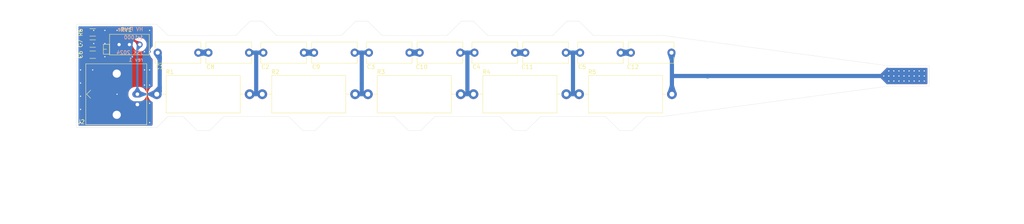
<source format=kicad_pcb>
(kicad_pcb (version 20240108) (generator "pcbnew") (generator_version "8.0")
  (title_block (title "HV probe PCB") (date "2024-11-20") (rev "2") (company "JSK"))
  (layers (0 "F.Cu" signal) (31 "B.Cu" signal) (34 "B.Paste" user) (35 "F.Paste" user) (36 "B.SilkS" user "B.Silkscreen") (37 "F.SilkS" user "F.Silkscreen") (38 "B.Mask" user) (39 "F.Mask" user) (44 "Edge.Cuts" user))
  (net 0 "")
  (net 1 "Net-(J2-In)")
  (net 2 "Net-(C1-Pad2)")
  (net 3 "Net-(C2-Pad2)")
  (net 4 "GND")
  (net 5 "Net-(C2-Pad1)")
  (net 6 "Net-(C10-Pad1)")
  (net 7 "Net-(C3-Pad1)")
  (net 8 "Net-(C11-Pad1)")
  (net 9 "Net-(C10-Pad2)")
  (net 10 "Net-(C12-Pad1)")
  (net 11 "Net-(C11-Pad2)")
  (net 12 "Net-(C12-Pad2)")
  (footprint "Capacitor_THT:C_Disc_D11.0mm_W5.0mm_P10.00mm" (layer "F.Cu") (at 91 27.75)
    (property "Reference" "C9" (at 0.5 3.5 0) (layer "F.SilkS"))
    (property "Value" "22p")
    (fp_line (start -0.62 -2.62) (end -0.62 -1.101) (stroke (width 0.12)) (layer "F.SilkS"))
    (fp_line (start -0.62 -2.62) (end 10.62 -2.62) (stroke (width 0.12)) (layer "F.SilkS"))
    (fp_line (start -0.62 1.101) (end -0.62 2.62) (stroke (width 0.12)) (layer "F.SilkS"))
    (fp_line (start -0.62 2.62) (end 10.62 2.62) (stroke (width 0.12)) (layer "F.SilkS"))
    (fp_line (start 10.62 -2.62) (end 10.62 -1.101) (stroke (width 0.12)) (layer "F.SilkS"))
    (fp_line (start 10.62 1.101) (end 10.62 2.62) (stroke (width 0.12)) (layer "F.SilkS"))
    (pad "1" thru_hole circle (at 0 0) (size 2 2) (drill 1) (layers "*.Cu" "*.Mask") (net 3 "Net-(C2-Pad2)"))
    (pad "2" thru_hole circle (at 10 0) (size 2 2) (drill 1) (layers "*.Cu" "*.Mask") (net 7 "Net-(C3-Pad1)"))
  )
  (footprint "Resistor_THT:R_Axial_DIN0918_L18.0mm_D9.0mm_P22.86mm_Horizontal" (layer "F.Cu") (at 78.25 38)
    (property "Reference" "R2" (at 3.225 -5.5 0) (layer "F.SilkS"))
    (property "Value" "10M")
    (fp_line (start 1.44 0) (end 2.31 0) (stroke (width 0.12)) (layer "F.SilkS"))
    (fp_line (start 2.31 -4.62) (end 2.31 4.62) (stroke (width 0.12)) (layer "F.SilkS"))
    (fp_line (start 2.31 4.62) (end 20.55 4.62) (stroke (width 0.12)) (layer "F.SilkS"))
    (fp_line (start 20.55 -4.62) (end 2.31 -4.62) (stroke (width 0.12)) (layer "F.SilkS"))
    (fp_line (start 20.55 4.62) (end 20.55 -4.62) (stroke (width 0.12)) (layer "F.SilkS"))
    (fp_line (start 21.42 0) (end 20.55 0) (stroke (width 0.12)) (layer "F.SilkS"))
    (pad "1" thru_hole circle (at 0 0) (size 2.4 2.4) (drill 1.2) (layers "*.Cu" "*.Mask") (net 5 "Net-(C2-Pad1)"))
    (pad "2" thru_hole oval (at 22.86 0) (size 2.4 2.4) (drill 1.2) (layers "*.Cu" "*.Mask") (net 7 "Net-(C3-Pad1)"))
  )
  (footprint "Capacitor_THT:C_Disc_D11.0mm_W5.0mm_P10.00mm" (layer "F.Cu") (at 130.5 27.75)
    (property "Reference" "C4" (at 0.5 3.5 0) (layer "F.SilkS"))
    (property "Value" "22p")
    (fp_line (start -0.62 -2.62) (end -0.62 -1.101) (stroke (width 0.12)) (layer "F.SilkS"))
    (fp_line (start -0.62 -2.62) (end 10.62 -2.62) (stroke (width 0.12)) (layer "F.SilkS"))
    (fp_line (start -0.62 1.101) (end -0.62 2.62) (stroke (width 0.12)) (layer "F.SilkS"))
    (fp_line (start -0.62 2.62) (end 10.62 2.62) (stroke (width 0.12)) (layer "F.SilkS"))
    (fp_line (start 10.62 -2.62) (end 10.62 -1.101) (stroke (width 0.12)) (layer "F.SilkS"))
    (fp_line (start 10.62 1.101) (end 10.62 2.62) (stroke (width 0.12)) (layer "F.SilkS"))
    (pad "1" thru_hole circle (at 0 0) (size 2 2) (drill 1) (layers "*.Cu" "*.Mask") (net 9 "Net-(C10-Pad2)"))
    (pad "2" thru_hole circle (at 10 0) (size 2 2) (drill 1) (layers "*.Cu" "*.Mask") (net 8 "Net-(C11-Pad1)"))
  )
  (footprint "Resistor_THT:R_Axial_DIN0918_L18.0mm_D9.0mm_P22.86mm_Horizontal" (layer "F.Cu") (at 156.25 38)
    (property "Reference" "R5" (at 3.225 -5.5 0) (layer "F.SilkS"))
    (property "Value" "10M")
    (fp_line (start 1.44 0) (end 2.31 0) (stroke (width 0.12)) (layer "F.SilkS"))
    (fp_line (start 2.31 -4.62) (end 2.31 4.62) (stroke (width 0.12)) (layer "F.SilkS"))
    (fp_line (start 2.31 4.62) (end 20.55 4.62) (stroke (width 0.12)) (layer "F.SilkS"))
    (fp_line (start 20.55 -4.62) (end 2.31 -4.62) (stroke (width 0.12)) (layer "F.SilkS"))
    (fp_line (start 20.55 4.62) (end 20.55 -4.62) (stroke (width 0.12)) (layer "F.SilkS"))
    (fp_line (start 21.42 0) (end 20.55 0) (stroke (width 0.12)) (layer "F.SilkS"))
    (pad "1" thru_hole circle (at 0 0) (size 2.4 2.4) (drill 1.2) (layers "*.Cu" "*.Mask") (net 11 "Net-(C11-Pad2)"))
    (pad "2" thru_hole oval (at 22.86 0) (size 2.4 2.4) (drill 1.2) (layers "*.Cu" "*.Mask") (net 12 "Net-(C12-Pad2)"))
  )
  (footprint "Capacitor_THT:C_Disc_D11.0mm_W5.0mm_P10.00mm" (layer "F.Cu") (at 104.5 27.75)
    (property "Reference" "C3" (at 0.5 3.5 0) (layer "F.SilkS"))
    (property "Value" "22p")
    (fp_line (start -0.62 -2.62) (end -0.62 -1.101) (stroke (width 0.12)) (layer "F.SilkS"))
    (fp_line (start -0.62 -2.62) (end 10.62 -2.62) (stroke (width 0.12)) (layer "F.SilkS"))
    (fp_line (start -0.62 1.101) (end -0.62 2.62) (stroke (width 0.12)) (layer "F.SilkS"))
    (fp_line (start -0.62 2.62) (end 10.62 2.62) (stroke (width 0.12)) (layer "F.SilkS"))
    (fp_line (start 10.62 -2.62) (end 10.62 -1.101) (stroke (width 0.12)) (layer "F.SilkS"))
    (fp_line (start 10.62 1.101) (end 10.62 2.62) (stroke (width 0.12)) (layer "F.SilkS"))
    (pad "1" thru_hole circle (at 0 0) (size 2 2) (drill 1) (layers "*.Cu" "*.Mask") (net 7 "Net-(C3-Pad1)"))
    (pad "2" thru_hole circle (at 10 0) (size 2 2) (drill 1) (layers "*.Cu" "*.Mask") (net 6 "Net-(C10-Pad1)"))
  )
  (footprint "Capacitor_SMD:C_1206_3216Metric_Pad1.33x1.80mm_HandSolder" (layer "F.Cu") (at 36.5 28.25 180)
    (property "Reference" "C6" (at 3 0 -90) (layer "F.SilkS"))
    (property "Value" "2n2")
    (fp_line (start -0.711252 0.91) (end 0.711252 0.91) (stroke (width 0.12)) (layer "F.SilkS"))
    (fp_line (start -0.711252 -0.91) (end 0.711252 -0.91) (stroke (width 0.12)) (layer "F.SilkS"))
    (pad "1" smd roundrect (at -1.5625 0 180) (size 1.325 1.8) (layers "F.Cu" "F.Paste" "F.Mask") (roundrect_rratio 0.188679) (net 4 "GND"))
    (pad "2" smd roundrect (at 1.5625 0 180) (size 1.325 1.8) (layers "F.Cu" "F.Paste" "F.Mask") (roundrect_rratio 0.188679) (net 1 "Net-(J2-In)"))
  )
  (footprint "Resistor_THT:R_Axial_DIN0918_L18.0mm_D9.0mm_P22.86mm_Horizontal" (layer "F.Cu") (at 52.275 38)
    (property "Reference" "R1" (at 3.225 -5.5 0) (layer "F.SilkS"))
    (property "Value" "10M")
    (fp_line (start 1.44 0) (end 2.31 0) (stroke (width 0.12)) (layer "F.SilkS"))
    (fp_line (start 2.31 -4.62) (end 2.31 4.62) (stroke (width 0.12)) (layer "F.SilkS"))
    (fp_line (start 2.31 4.62) (end 20.55 4.62) (stroke (width 0.12)) (layer "F.SilkS"))
    (fp_line (start 20.55 -4.62) (end 2.31 -4.62) (stroke (width 0.12)) (layer "F.SilkS"))
    (fp_line (start 20.55 4.62) (end 20.55 -4.62) (stroke (width 0.12)) (layer "F.SilkS"))
    (fp_line (start 21.42 0) (end 20.55 0) (stroke (width 0.12)) (layer "F.SilkS"))
    (pad "1" thru_hole circle (at 0 0) (size 2.4 2.4) (drill 1.2) (layers "*.Cu" "*.Mask") (net 1 "Net-(J2-In)"))
    (pad "2" thru_hole oval (at 22.86 0) (size 2.4 2.4) (drill 1.2) (layers "*.Cu" "*.Mask") (net 5 "Net-(C2-Pad1)"))
  )
  (footprint "Capacitor_THT:C_Disc_D11.0mm_W5.0mm_P10.00mm" (layer "F.Cu") (at 65 27.75)
    (property "Reference" "C8" (at 0.5 3.5 0) (layer "F.SilkS"))
    (property "Value" "22p")
    (fp_line (start -0.62 -2.62) (end -0.62 -1.101) (stroke (width 0.12)) (layer "F.SilkS"))
    (fp_line (start -0.62 -2.62) (end 10.62 -2.62) (stroke (width 0.12)) (layer "F.SilkS"))
    (fp_line (start -0.62 1.101) (end -0.62 2.62) (stroke (width 0.12)) (layer "F.SilkS"))
    (fp_line (start -0.62 2.62) (end 10.62 2.62) (stroke (width 0.12)) (layer "F.SilkS"))
    (fp_line (start 10.62 -2.62) (end 10.62 -1.101) (stroke (width 0.12)) (layer "F.SilkS"))
    (fp_line (start 10.62 1.101) (end 10.62 2.62) (stroke (width 0.12)) (layer "F.SilkS"))
    (pad "1" thru_hole circle (at 0 0) (size 2 2) (drill 1) (layers "*.Cu" "*.Mask") (net 2 "Net-(C1-Pad2)"))
    (pad "2" thru_hole circle (at 10 0) (size 2 2) (drill 1) (layers "*.Cu" "*.Mask") (net 5 "Net-(C2-Pad1)"))
  )
  (footprint "Capacitor_SMD:C_1206_3216Metric_Pad1.33x1.80mm_HandSolder" (layer "F.Cu") (at 36.5 25.5 180)
    (property "Reference" "C7" (at 3 0 -90) (layer "F.SilkS"))
    (property "Value" "2n2")
    (fp_line (start -0.711252 0.91) (end 0.711252 0.91) (stroke (width 0.12)) (layer "F.SilkS"))
    (fp_line (start -0.711252 -0.91) (end 0.711252 -0.91) (stroke (width 0.12)) (layer "F.SilkS"))
    (pad "1" smd roundrect (at -1.5625 0 180) (size 1.325 1.8) (layers "F.Cu" "F.Paste" "F.Mask") (roundrect_rratio 0.188679) (net 4 "GND"))
    (pad "2" smd roundrect (at 1.5625 0 180) (size 1.325 1.8) (layers "F.Cu" "F.Paste" "F.Mask") (roundrect_rratio 0.188679) (net 1 "Net-(J2-In)"))
  )
  (footprint "Resistor_THT:R_Axial_DIN0918_L18.0mm_D9.0mm_P22.86mm_Horizontal" (layer "F.Cu") (at 104.25 38)
    (property "Reference" "R3" (at 3.225 -5.5 0) (layer "F.SilkS"))
    (property "Value" "10M")
    (fp_line (start 1.44 0) (end 2.31 0) (stroke (width 0.12)) (layer "F.SilkS"))
    (fp_line (start 2.31 -4.62) (end 2.31 4.62) (stroke (width 0.12)) (layer "F.SilkS"))
    (fp_line (start 2.31 4.62) (end 20.55 4.62) (stroke (width 0.12)) (layer "F.SilkS"))
    (fp_line (start 20.55 -4.62) (end 2.31 -4.62) (stroke (width 0.12)) (layer "F.SilkS"))
    (fp_line (start 20.55 4.62) (end 20.55 -4.62) (stroke (width 0.12)) (layer "F.SilkS"))
    (fp_line (start 21.42 0) (end 20.55 0) (stroke (width 0.12)) (layer "F.SilkS"))
    (pad "1" thru_hole circle (at 0 0) (size 2.4 2.4) (drill 1.2) (layers "*.Cu" "*.Mask") (net 7 "Net-(C3-Pad1)"))
    (pad "2" thru_hole oval (at 22.86 0) (size 2.4 2.4) (drill 1.2) (layers "*.Cu" "*.Mask") (net 9 "Net-(C10-Pad2)"))
  )
  (footprint "Capacitor_THT:C_Disc_D11.0mm_W5.0mm_P10.00mm" (layer "F.Cu") (at 78.5 27.75)
    (property "Reference" "C2" (at 0.5 3.5 0) (layer "F.SilkS"))
    (property "Value" "22p")
    (fp_line (start -0.62 -2.62) (end -0.62 -1.101) (stroke (width 0.12)) (layer "F.SilkS"))
    (fp_line (start -0.62 -2.62) (end 10.62 -2.62) (stroke (width 0.12)) (layer "F.SilkS"))
    (fp_line (start -0.62 1.101) (end -0.62 2.62) (stroke (width 0.12)) (layer "F.SilkS"))
    (fp_line (start -0.62 2.62) (end 10.62 2.62) (stroke (width 0.12)) (layer "F.SilkS"))
    (fp_line (start 10.62 -2.62) (end 10.62 -1.101) (stroke (width 0.12)) (layer "F.SilkS"))
    (fp_line (start 10.62 1.101) (end 10.62 2.62) (stroke (width 0.12)) (layer "F.SilkS"))
    (pad "1" thru_hole circle (at 0 0) (size 2 2) (drill 1) (layers "*.Cu" "*.Mask") (net 5 "Net-(C2-Pad1)"))
    (pad "2" thru_hole circle (at 10 0) (size 2 2) (drill 1) (layers "*.Cu" "*.Mask") (net 3 "Net-(C2-Pad2)"))
  )
  (footprint "Capacitor_THT:C_Disc_D11.0mm_W5.0mm_P10.00mm" (layer "F.Cu") (at 156.5 27.75)
    (property "Reference" "C5" (at 0.5 3.5 0) (layer "F.SilkS"))
    (property "Value" "22p")
    (fp_line (start -0.62 -2.62) (end -0.62 -1.101) (stroke (width 0.12)) (layer "F.SilkS"))
    (fp_line (start -0.62 -2.62) (end 10.62 -2.62) (stroke (width 0.12)) (layer "F.SilkS"))
    (fp_line (start -0.62 1.101) (end -0.62 2.62) (stroke (width 0.12)) (layer "F.SilkS"))
    (fp_line (start -0.62 2.62) (end 10.62 2.62) (stroke (width 0.12)) (layer "F.SilkS"))
    (fp_line (start 10.62 -2.62) (end 10.62 -1.101) (stroke (width 0.12)) (layer "F.SilkS"))
    (fp_line (start 10.62 1.101) (end 10.62 2.62) (stroke (width 0.12)) (layer "F.SilkS"))
    (pad "1" thru_hole circle (at 0 0) (size 2 2) (drill 1) (layers "*.Cu" "*.Mask") (net 11 "Net-(C11-Pad2)"))
    (pad "2" thru_hole circle (at 10 0) (size 2 2) (drill 1) (layers "*.Cu" "*.Mask") (net 10 "Net-(C12-Pad1)"))
  )
  (footprint "Capacitor_THT:C_Disc_D11.0mm_W5.0mm_P10.00mm" (layer "F.Cu") (at 143 27.75)
    (property "Reference" "C11" (at 0.5 3.5 0) (layer "F.SilkS"))
    (property "Value" "22p")
    (fp_line (start -0.62 -2.62) (end -0.62 -1.101) (stroke (width 0.12)) (layer "F.SilkS"))
    (fp_line (start -0.62 -2.62) (end 10.62 -2.62) (stroke (width 0.12)) (layer "F.SilkS"))
    (fp_line (start -0.62 1.101) (end -0.62 2.62) (stroke (width 0.12)) (layer "F.SilkS"))
    (fp_line (start -0.62 2.62) (end 10.62 2.62) (stroke (width 0.12)) (layer "F.SilkS"))
    (fp_line (start 10.62 -2.62) (end 10.62 -1.101) (stroke (width 0.12)) (layer "F.SilkS"))
    (fp_line (start 10.62 1.101) (end 10.62 2.62) (stroke (width 0.12)) (layer "F.SilkS"))
    (pad "1" thru_hole circle (at 0 0) (size 2 2) (drill 1) (layers "*.Cu" "*.Mask") (net 8 "Net-(C11-Pad1)"))
    (pad "2" thru_hole circle (at 10 0) (size 2 2) (drill 1) (layers "*.Cu" "*.Mask") (net 11 "Net-(C11-Pad2)"))
  )
  (footprint "Capacitor_THT:C_Disc_D11.0mm_W5.0mm_P10.00mm" (layer "F.Cu") (at 52.5 27.75)
    (property "Reference" "C1" (at 0.5 3.5 0) (layer "F.SilkS"))
    (property "Value" "22p")
    (fp_line (start -0.62 -2.62) (end -0.62 -1.101) (stroke (width 0.12)) (layer "F.SilkS"))
    (fp_line (start -0.62 -2.62) (end 10.62 -2.62) (stroke (width 0.12)) (layer "F.SilkS"))
    (fp_line (start -0.62 1.101) (end -0.62 2.62) (stroke (width 0.12)) (layer "F.SilkS"))
    (fp_line (start -0.62 2.62) (end 10.62 2.62) (stroke (width 0.12)) (layer "F.SilkS"))
    (fp_line (start 10.62 -2.62) (end 10.62 -1.101) (stroke (width 0.12)) (layer "F.SilkS"))
    (fp_line (start 10.62 1.101) (end 10.62 2.62) (stroke (width 0.12)) (layer "F.SilkS"))
    (pad "1" thru_hole circle (at 0 0) (size 2 2) (drill 1) (layers "*.Cu" "*.Mask") (net 1 "Net-(J2-In)"))
    (pad "2" thru_hole circle (at 10 0) (size 2 2) (drill 1) (layers "*.Cu" "*.Mask") (net 2 "Net-(C1-Pad2)"))
  )
  (footprint "Potentiometer_THT:Potentiometer_Bourns_3296X_Horizontal" (layer "F.Cu") (at 48.08 25.75)
    (property "Reference" "RV1" (at -3.3 -3.66 0) (layer "F.SilkS"))
    (property "Value" "1M")
    (fp_line (start -8.945 -0.065) (end -8.945 2.365) (stroke (width 0.12)) (layer "F.SilkS"))
    (fp_line (start -8.945 -0.065) (end -7.426 -0.065) (stroke (width 0.12)) (layer "F.SilkS"))
    (fp_line (start -8.945 1.15) (end -8.186 1.15) (stroke (width 0.12)) (layer "F.SilkS"))
    (fp_line (start -8.945 2.365) (end -7.426 2.365) (stroke (width 0.12)) (layer "F.SilkS"))
    (fp_line (start -7.426 -0.065) (end -7.426 2.365) (stroke (width 0.12)) (layer "F.SilkS"))
    (fp_line (start -7.425 -2.53) (end -7.425 2.54) (stroke (width 0.12)) (layer "F.SilkS"))
    (fp_line (start -7.425 -2.53) (end 2.345 -2.53) (stroke (width 0.12)) (layer "F.SilkS"))
    (fp_line (start -7.425 2.54) (end 2.345 2.54) (stroke (width 0.12)) (layer "F.SilkS"))
    (fp_line (start 2.345 -2.53) (end 2.345 2.54) (stroke (width 0.12)) (layer "F.SilkS"))
    (pad "1" thru_hole circle (at 0 0) (size 1.44 1.44) (drill 0.8) (layers "*.Cu" "*.Mask") (net 1 "Net-(J2-In)"))
    (pad "2" thru_hole circle (at -2.54 0) (size 1.44 1.44) (drill 0.8) (layers "*.Cu" "*.Mask") (net 4 "GND"))
    (pad "3" thru_hole circle (at -5.08 0) (size 1.44 1.44) (drill 0.8) (layers "*.Cu" "*.Mask") (net 4 "GND"))
  )
  (footprint "Resistor_SMD:R_1206_3216Metric_Pad1.30x1.75mm_HandSolder" (layer "F.Cu") (at 36.5 22.75 180)
    (property "Reference" "R6" (at 3 0 -90) (layer "F.SilkS"))
    (property "Value" "56k")
    (fp_line (start -0.727064 0.91) (end 0.727064 0.91) (stroke (width 0.12)) (layer "F.SilkS"))
    (fp_line (start -0.727064 -0.91) (end 0.727064 -0.91) (stroke (width 0.12)) (layer "F.SilkS"))
    (pad "1" smd roundrect (at -1.55 0 180) (size 1.3 1.75) (layers "F.Cu" "F.Paste" "F.Mask") (roundrect_rratio 0.192308) (net 4 "GND"))
    (pad "2" smd roundrect (at 1.55 0 180) (size 1.3 1.75) (layers "F.Cu" "F.Paste" "F.Mask") (roundrect_rratio 0.192308) (net 1 "Net-(J2-In)"))
  )
  (footprint "Resistor_THT:R_Axial_DIN0918_L18.0mm_D9.0mm_P22.86mm_Horizontal" (layer "F.Cu") (at 130.25 38)
    (property "Reference" "R4" (at 3.225 -5.5 0) (layer "F.SilkS"))
    (property "Value" "10M")
    (fp_line (start 1.44 0) (end 2.31 0) (stroke (width 0.12)) (layer "F.SilkS"))
    (fp_line (start 2.31 -4.62) (end 2.31 4.62) (stroke (width 0.12)) (layer "F.SilkS"))
    (fp_line (start 2.31 4.62) (end 20.55 4.62) (stroke (width 0.12)) (layer "F.SilkS"))
    (fp_line (start 20.55 -4.62) (end 2.31 -4.62) (stroke (width 0.12)) (layer "F.SilkS"))
    (fp_line (start 20.55 4.62) (end 20.55 -4.62) (stroke (width 0.12)) (layer "F.SilkS"))
    (fp_line (start 21.42 0) (end 20.55 0) (stroke (width 0.12)) (layer "F.SilkS"))
    (pad "1" thru_hole circle (at 0 0) (size 2.4 2.4) (drill 1.2) (layers "*.Cu" "*.Mask") (net 9 "Net-(C10-Pad2)"))
    (pad "2" thru_hole oval (at 22.86 0) (size 2.4 2.4) (drill 1.2) (layers "*.Cu" "*.Mask") (net 11 "Net-(C11-Pad2)"))
  )
  (footprint "Connector_Coaxial:BNC_Amphenol_B6252HB-NPP3G-50_Horizontal" (layer "F.Cu") (at 47.5 38 90)
    (property "Reference" "J2" (at -6.83 -13.83 180) (layer "F.SilkS"))
    (property "Value" "OUT")
    (fp_line (start 7.5 -12.7) (end 7.5 2.3) (stroke (width 0.12)) (layer "F.SilkS"))
    (fp_line (start -7.5 -12.7) (end 7.5 -12.7) (stroke (width 0.12)) (layer "F.SilkS"))
    (fp_line (start 0 -12.5) (end 1 -11.5) (stroke (width 0.12)) (layer "F.SilkS"))
    (fp_line (start 0 -12.5) (end -1 -11.5) (stroke (width 0.12)) (layer "F.SilkS"))
    (fp_line (start 7.5 2.3) (end -7.5 2.3) (stroke (width 0.12)) (layer "F.SilkS"))
    (fp_line (start -7.5 2.3) (end -7.5 -12.7) (stroke (width 0.12)) (layer "F.SilkS"))
    (pad "1" thru_hole oval (at 0 0 90) (size 1.6 2.5) (drill 0.89) (layers "*.Cu" "*.Mask") (net 1 "Net-(J2-In)"))
    (pad "2" thru_hole oval (at -5.08 -5.08 90) (size 3.5 7) (drill 2.01) (layers "*.Cu" "*.Mask") (net 4 "GND"))
    (pad "2" thru_hole oval (at -2.54 0 90) (size 1.6 2.5) (drill 0.89) (layers "*.Cu" "*.Mask") (net 4 "GND"))
    (pad "2" thru_hole oval (at 5.08 -5.08 90) (size 3.5 7) (drill 2.01) (layers "*.Cu" "*.Mask") (net 4 "GND"))
  )
  (footprint "Capacitor_THT:C_Disc_D11.0mm_W5.0mm_P10.00mm" (layer "F.Cu") (at 169 27.75)
    (property "Reference" "C12" (at 0.5 3.5 0) (layer "F.SilkS"))
    (property "Value" "22p")
    (fp_line (start -0.62 -2.62) (end -0.62 -1.101) (stroke (width 0.12)) (layer "F.SilkS"))
    (fp_line (start -0.62 -2.62) (end 10.62 -2.62) (stroke (width 0.12)) (layer "F.SilkS"))
    (fp_line (start -0.62 1.101) (end -0.62 2.62) (stroke (width 0.12)) (layer "F.SilkS"))
    (fp_line (start -0.62 2.62) (end 10.62 2.62) (stroke (width 0.12)) (layer "F.SilkS"))
    (fp_line (start 10.62 -2.62) (end 10.62 -1.101) (stroke (width 0.12)) (layer "F.SilkS"))
    (fp_line (start 10.62 1.101) (end 10.62 2.62) (stroke (width 0.12)) (layer "F.SilkS"))
    (pad "1" thru_hole circle (at 0 0) (size 2 2) (drill 1) (layers "*.Cu" "*.Mask") (net 10 "Net-(C12-Pad1)"))
    (pad "2" thru_hole circle (at 10 0) (size 2 2) (drill 1) (layers "*.Cu" "*.Mask") (net 12 "Net-(C12-Pad2)"))
  )
  (footprint "Capacitor_THT:C_Disc_D11.0mm_W5.0mm_P10.00mm" (layer "F.Cu") (at 117 27.75)
    (property "Reference" "C10" (at 0.5 3.5 0) (layer "F.SilkS"))
    (property "Value" "22p")
    (fp_line (start -0.62 -2.62) (end -0.62 -1.101) (stroke (width 0.12)) (layer "F.SilkS"))
    (fp_line (start -0.62 -2.62) (end 10.62 -2.62) (stroke (width 0.12)) (layer "F.SilkS"))
    (fp_line (start -0.62 1.101) (end -0.62 2.62) (stroke (width 0.12)) (layer "F.SilkS"))
    (fp_line (start -0.62 2.62) (end 10.62 2.62) (stroke (width 0.12)) (layer "F.SilkS"))
    (fp_line (start 10.62 -2.62) (end 10.62 -1.101) (stroke (width 0.12)) (layer "F.SilkS"))
    (fp_line (start 10.62 1.101) (end 10.62 2.62) (stroke (width 0.12)) (layer "F.SilkS"))
    (pad "1" thru_hole circle (at 0 0) (size 2 2) (drill 1) (layers "*.Cu" "*.Mask") (net 6 "Net-(C10-Pad1)"))
    (pad "2" thru_hole circle (at 10 0) (size 2 2) (drill 1) (layers "*.Cu" "*.Mask") (net 9 "Net-(C10-Pad2)"))
  )
  (gr_line (start 94.75 43.5) (end 110.75 43.5) (stroke (width 0.05)) (layer "Edge.Cuts"))
  (gr_line (start 62.25 47) (end 65.25 47) (stroke (width 0.05)) (layer "Edge.Cuts"))
  (gr_line (start 146.75 43.5) (end 162.75 43.5) (stroke (width 0.05)) (layer "Edge.Cuts"))
  (gr_line (start 127.25 20) (end 130.25 20) (stroke (width 0.05)) (layer "Edge.Cuts"))
  (gr_line (start 133.75 23.5) (end 144.75 23.5) (stroke (width 0.05)) (layer "Edge.Cuts"))
  (gr_line (start 176.75 23.5) (end 232.5 31) (stroke (width 0.05)) (layer "Edge.Cuts"))
  (gr_line (start 153.25 20) (end 156.25 20) (stroke (width 0.05)) (layer "Edge.Cuts"))
  (gr_line (start 232.5 31) (end 242.5 31) (stroke (width 0.05)) (layer "Edge.Cuts"))
  (gr_line (start 242.5 33.5) (end 242.5 31) (stroke (width 0.05)) (layer "Edge.Cuts"))
  (gr_line (start 68.75 43.5) (end 84.75 43.5) (stroke (width 0.05)) (layer "Edge.Cuts"))
  (gr_line (start 153.25 20) (end 149.75 23.5) (stroke (width 0.05)) (layer "Edge.Cuts"))
  (gr_line (start 144.75 23.5) (end 149.75 23.5) (stroke (width 0.05)) (layer "Edge.Cuts"))
  (gr_line (start 52.25 20.75) (end 55 23.5) (stroke (width 0.05)) (layer "Edge.Cuts"))
  (gr_line (start 65.25 47) (end 68.75 43.5) (stroke (width 0.05)) (layer "Edge.Cuts"))
  (gr_line (start 176.75 23.5) (end 170.75 23.5) (stroke (width 0.05)) (layer "Edge.Cuts"))
  (gr_line (start 101.25 20) (end 97.75 23.5) (stroke (width 0.05)) (layer "Edge.Cuts"))
  (gr_line (start 127.25 20) (end 123.75 23.5) (stroke (width 0.05)) (layer "Edge.Cuts"))
  (gr_line (start 97.75 23.5) (end 92.75 23.5) (stroke (width 0.05)) (layer "Edge.Cuts"))
  (gr_line (start 176.75 43.5) (end 232.5 36) (stroke (width 0.05)) (layer "Edge.Cuts"))
  (gr_line (start 130.25 20) (end 133.75 23.5) (stroke (width 0.05)) (layer "Edge.Cuts"))
  (gr_line (start 159.75 23.5) (end 170.75 23.5) (stroke (width 0.05)) (layer "Edge.Cuts"))
  (gr_line (start 71.75 23.5) (end 66.75 23.5) (stroke (width 0.05)) (layer "Edge.Cuts"))
  (gr_line (start 75.25 20) (end 78.25 20) (stroke (width 0.05)) (layer "Edge.Cuts"))
  (gr_line (start 104.25 20) (end 107.75 23.5) (stroke (width 0.05)) (layer "Edge.Cuts"))
  (gr_line (start 88.25 47) (end 91.25 47) (stroke (width 0.05)) (layer "Edge.Cuts"))
  (gr_line (start 75.25 20) (end 71.75 23.5) (stroke (width 0.05)) (layer "Edge.Cuts"))
  (gr_line (start 55 23.5) (end 66.75 23.5) (stroke (width 0.05)) (layer "Edge.Cuts"))
  (gr_line (start 91.25 47) (end 94.75 43.5) (stroke (width 0.05)) (layer "Edge.Cuts"))
  (gr_line (start 118.75 23.5) (end 123.75 23.5) (stroke (width 0.05)) (layer "Edge.Cuts"))
  (gr_line (start 136.75 43.5) (end 140.25 47) (stroke (width 0.05)) (layer "Edge.Cuts"))
  (gr_line (start 32.5 20.75) (end 32.5 46.25) (stroke (width 0.05)) (layer "Edge.Cuts"))
  (gr_line (start 242.5 36) (end 232.5 36) (stroke (width 0.05)) (layer "Edge.Cuts"))
  (gr_line (start 172.75 43.5) (end 176.75 43.5) (stroke (width 0.05)) (layer "Edge.Cuts"))
  (gr_line (start 32.5 46.25) (end 52.25 46.25) (stroke (width 0.05)) (layer "Edge.Cuts"))
  (gr_line (start 101.25 20) (end 104.25 20) (stroke (width 0.05)) (layer "Edge.Cuts"))
  (gr_line (start 32.5 20.75) (end 52.25 20.75) (stroke (width 0.05)) (layer "Edge.Cuts"))
  (gr_line (start 156.25 20) (end 159.75 23.5) (stroke (width 0.05)) (layer "Edge.Cuts"))
  (gr_line (start 118.75 23.5) (end 107.75 23.5) (stroke (width 0.05)) (layer "Edge.Cuts"))
  (gr_line (start 84.75 43.5) (end 88.25 47) (stroke (width 0.05)) (layer "Edge.Cuts"))
  (gr_line (start 162.75 43.5) (end 166.25 47) (stroke (width 0.05)) (layer "Edge.Cuts"))
  (gr_line (start 58.75 43.5) (end 62.25 47) (stroke (width 0.05)) (layer "Edge.Cuts"))
  (gr_line (start 78.25 20) (end 81.75 23.5) (stroke (width 0.05)) (layer "Edge.Cuts"))
  (gr_line (start 114.25 47) (end 117.25 47) (stroke (width 0.05)) (layer "Edge.Cuts"))
  (gr_line (start 140.25 47) (end 143.25 47) (stroke (width 0.05)) (layer "Edge.Cuts"))
  (gr_line (start 120.75 43.5) (end 136.75 43.5) (stroke (width 0.05)) (layer "Edge.Cuts"))
  (gr_line (start 242.5 33.5) (end 242.5 36) (stroke (width 0.05)) (layer "Edge.Cuts"))
  (gr_line (start 110.75 43.5) (end 114.25 47) (stroke (width 0.05)) (layer "Edge.Cuts"))
  (gr_line (start 166.25 47) (end 169.25 47) (stroke (width 0.05)) (layer "Edge.Cuts"))
  (gr_line (start 52.25 46.25) (end 55 43.5) (stroke (width 0.05)) (layer "Edge.Cuts"))
  (gr_line (start 81.75 23.5) (end 92.75 23.5) (stroke (width 0.05)) (layer "Edge.Cuts"))
  (gr_line (start 169.25 47) (end 172.75 43.5) (stroke (width 0.05)) (layer "Edge.Cuts"))
  (gr_line (start 143.25 47) (end 146.75 43.5) (stroke (width 0.05)) (layer "Edge.Cuts"))
  (gr_line (start 55 43.5) (end 58.75 43.5) (stroke (width 0.05)) (layer "Edge.Cuts"))
  (gr_line (start 117.25 47) (end 120.75 43.5) (stroke (width 0.05)) (layer "Edge.Cuts"))
  (gr_text "HV Probe" (at 49 22.5 0) (layer "B.SilkS") (effects (font (size 0.9 0.9) (thickness 0.15) (bold yes)) (justify left bottom mirror)))
  (gr_text "rev 1" (at 49 30 0) (layer "B.SilkS") (effects (font (size 0.9 0.9) (thickness 0.15) (bold yes)) (justify left bottom mirror)))
  (gr_text "JSK 2024" (at 49 28.25 0) (layer "B.SilkS") (effects (font (size 0.9 0.9) (thickness 0.15) (bold yes)) (justify left bottom mirror)))
  (gr_text "1:1000" (at 49 24.5 0) (layer "B.SilkS") (effects (font (size 0.9 0.9)) (justify left bottom mirror)))
  (segment (start 34.95 22.75) (end 34.95 24) (width 1.024) (layer "F.Cu") (net 1))
  (segment (start 45.852419 24.395223) (end 45.390142 24.271358) (width 0.512) (layer "F.Cu") (net 1))
  (segment (start 44.442066 24.146545) (end 44.202774 24.144) (width 0.512) (layer "F.Cu") (net 1))
  (segment (start 48.08 25.75) (end 47.909002 25.582588) (width 0.512) (layer "F.Cu") (net 1))
  (segment (start 47.150352 25.000456) (end 46.735886 24.761165) (width 0.512) (layer "F.Cu") (net 1))
  (segment (start 47.909002 25.582588) (end 47.542386 25.27496) (width 0.512) (layer "F.Cu") (net 1))
  (segment (start 44.918829 24.188255) (end 44.442066 24.146545) (width 0.512) (layer "F.Cu") (net 1))
  (segment (start 44.202774 24.144) (end 35.297646 24.144) (width 0.512) (layer "F.Cu") (net 1))
  (segment (start 45.390142 24.271358) (end 44.918829 24.188255) (width 0.512) (layer "F.Cu") (net 1))
  (segment (start 46.302141 24.558908) (end 45.852419 24.395223) (width 0.512) (layer "F.Cu") (net 1))
  (segment (start 34.95 24) (end 34.95 28.219823) (width 1.024) (layer "F.Cu") (net 1))
  (segment (start 46.735886 24.761165) (end 46.302141 24.558908) (width 0.512) (layer "F.Cu") (net 1))
  (segment (start 47.542386 25.27496) (end 47.150352 25.000456) (width 0.512) (layer "F.Cu") (net 1))
  (arc (start 34.95 28.219823) (mid 34.946751 28.236155) (end 34.9375 28.25) (width 1.024) (layer "F.Cu") (net 1))
  (arc (start 35.297646 24.144) (mid 35.109501 24.106576) (end 34.95 24) (width 0.512) (layer "F.Cu") (net 1))
  (segment (start 52.275 38) (end 47.5 38) (width 0.512) (layer "B.Cu") (net 1))
  (segment (start 53 37.275) (end 53 28.957106) (width 1.024) (layer "B.Cu") (net 1))
  (segment (start 47.5 38) (end 47.5 27.150243) (width 0.512) (layer "B.Cu") (net 1))
  (arc (start 52.275 38) (mid 52.787652 37.787652) (end 53 37.275) (width 1.024) (layer "B.Cu") (net 1))
  (arc (start 47.5 27.150243) (mid 47.650737 26.392437) (end 48.08 25.75) (width 0.512) (layer "B.Cu") (net 1))
  (arc (start 53 28.957106) (mid 52.870054 28.303825) (end 52.5 27.75) (width 1.024) (layer "B.Cu") (net 1))
  (segment (start 62.5 27.75) (end 65 27.75) (width 1.024) (layer "B.Cu") (net 2))
  (segment (start 88.5 27.75) (end 91 27.75) (width 1.024) (layer "B.Cu") (net 3))
  (via (at 33.5 38.5) (size 0.6) (drill 0.3) (layers "F.Cu" "B.Cu") (net 4))
  (via (at 46.25 28.75) (size 0.6) (drill 0.3) (layers "F.Cu" "B.Cu") (net 4))
  (via (at 50.5 45) (size 0.6) (drill 0.3) (layers "F.Cu" "B.Cu") (net 4))
  (via (at 50.5 32) (size 0.6) (drill 0.3) (layers "F.Cu" "B.Cu") (net 4))
  (via (at 50.5 35.75) (size 0.6) (drill 0.3) (layers "F.Cu" "B.Cu") (net 4))
  (via (at 39.5 22.25) (size 0.6) (drill 0.3) (layers "F.Cu" "B.Cu") (net 4))
  (via (at 36.75 22.25) (size 0.6) (drill 0.3) (layers "F.Cu" "B.Cu") (net 4))
  (via (at 33.5 45) (size 0.6) (drill 0.3) (layers "F.Cu" "B.Cu") (net 4))
  (via (at 33.5 28.75) (size 0.6) (drill 0.3) (layers "F.Cu" "B.Cu") (net 4))
  (via (at 50.5 22.25) (size 0.6) (drill 0.3) (layers "F.Cu" "B.Cu") (net 4))
  (via (at 33.5 32) (size 0.6) (drill 0.3) (layers "F.Cu" "B.Cu") (net 4))
  (via (at 36.5 32) (size 0.6) (drill 0.3) (layers "F.Cu" "B.Cu") (net 4))
  (via (at 50.5 40.25) (size 0.6) (drill 0.3) (layers "F.Cu" "B.Cu") (net 4))
  (via (at 33.5 41.75) (size 0.6) (drill 0.3) (layers "F.Cu" "B.Cu") (net 4))
  (via (at 50.5 27.5) (size 0.6) (drill 0.3) (layers "F.Cu" "B.Cu") (net 4))
  (via (at 39.5 28.75) (size 0.6) (drill 0.3) (layers "F.Cu" "B.Cu") (net 4))
  (via (at 36.75 25.5) (size 0.6) (drill 0.3) (layers "F.Cu" "B.Cu") (net 4))
  (via (at 33.5 25.5) (size 0.6) (drill 0.3) (layers "F.Cu" "B.Cu") (net 4))
  (via (at 49.25 32) (size 0.6) (drill 0.3) (layers "F.Cu" "B.Cu") (net 4))
  (via (at 33.5 35.25) (size 0.6) (drill 0.3) (layers "F.Cu" "B.Cu") (net 4))
  (via (at 42.5 22.25) (size 0.6) (drill 0.3) (layers "F.Cu" "B.Cu") (net 4))
  (via (at 39.5 25.5) (size 0.6) (drill 0.3) (layers "F.Cu" "B.Cu") (net 4))
  (via (at 49.25 35.75) (size 0.6) (drill 0.3) (layers "F.Cu" "B.Cu") (net 4))
  (via (at 42.5 38) (size 0.6) (drill 0.3) (layers "F.Cu" "B.Cu") (net 4))
  (via (at 33.5 22.25) (size 0.6) (drill 0.3) (layers "F.Cu" "B.Cu") (net 4))
  (via (at 49.25 27.5) (size 0.6) (drill 0.3) (layers "F.Cu" "B.Cu") (net 4))
  (segment (start 76.75 38) (end 78.25 38) (width 1.024) (layer "B.Cu") (net 5))
  (segment (start 76.75 38) (end 76.75 27.75) (width 1.024) (layer "B.Cu") (net 5))
  (segment (start 75.135 38) (end 76.75 38) (width 1.024) (layer "B.Cu") (net 5))
  (segment (start 75 27.75) (end 76.75 27.75) (width 1.024) (layer "B.Cu") (net 5))
  (segment (start 76.75 27.75) (end 78.5 27.75) (width 1.024) (layer "B.Cu") (net 5))
  (segment (start 114.5 27.75) (end 117 27.75) (width 1.024) (layer "B.Cu") (net 6))
  (segment (start 102.75 27.75) (end 104.5 27.75) (width 1.024) (layer "B.Cu") (net 7))
  (segment (start 102.75 38) (end 102.75 27.75) (width 1.024) (layer "B.Cu") (net 7))
  (segment (start 102.75 38) (end 104.25 38) (width 1.024) (layer "B.Cu") (net 7))
  (segment (start 101 27.75) (end 102.75 27.75) (width 1.024) (layer "B.Cu") (net 7))
  (segment (start 101.11 38) (end 102.75 38) (width 1.024) (layer "B.Cu") (net 7))
  (segment (start 140.5 27.75) (end 143 27.75) (width 1.024) (layer "B.Cu") (net 8))
  (segment (start 127 27.75) (end 128.75 27.75) (width 1.024) (layer "B.Cu") (net 9))
  (segment (start 128.75 27.75) (end 130.5 27.75) (width 1.024) (layer "B.Cu") (net 9))
  (segment (start 127.11 38) (end 128.75 38) (width 1.024) (layer "B.Cu") (net 9))
  (segment (start 128.75 38) (end 130.25 38) (width 1.024) (layer "B.Cu") (net 9))
  (segment (start 128.75 38) (end 128.75 27.75) (width 1.024) (layer "B.Cu") (net 9))
  (segment (start 166.5 27.75) (end 169 27.75) (width 1.024) (layer "B.Cu") (net 10))
  (segment (start 153 27.75) (end 154.75 27.75) (width 1.024) (layer "B.Cu") (net 11))
  (segment (start 154.75 27.75) (end 156.5 27.75) (width 1.024) (layer "B.Cu") (net 11))
  (segment (start 154.75 38) (end 154.75 27.75) (width 1.024) (layer "B.Cu") (net 11))
  (segment (start 156.25 38) (end 154.75 38) (width 1.024) (layer "B.Cu") (net 11))
  (segment (start 154.75 38) (end 153.11 38) (width 1.024) (layer "B.Cu") (net 11))
  (via (at 240 32.25) (size 0.6) (drill 0.3) (layers "F.Cu" "B.Cu") (net 12))
  (via (at 236.25 34.75) (size 0.6) (drill 0.3) (layers "F.Cu" "B.Cu") (net 12))
  (via (at 241.25 34.75) (size 0.6) (drill 0.3) (layers "F.Cu" "B.Cu") (net 12))
  (via (at 235 34.75) (size 0.6) (drill 0.3) (layers "F.Cu" "B.Cu") (net 12))
  (via (at 236.25 33.5) (size 0.6) (drill 0.3) (layers "F.Cu" "B.Cu") (net 12))
  (via (at 237.5 33.5) (size 0.6) (drill 0.3) (layers "F.Cu" "B.Cu") (net 12))
  (via (at 232.5 33.5) (size 0.6) (drill 0.3) (layers "F.Cu" "B.Cu") (net 12))
  (via (at 233.75 32.25) (size 0.6) (drill 0.3) (layers "F.Cu" "B.Cu") (net 12))
  (via (at 238.75 34.75) (size 0.6) (drill 0.3) (layers "F.Cu" "B.Cu") (net 12))
  (via (at 241.25 32.25) (size 0.6) (drill 0.3) (layers "F.Cu" "B.Cu") (net 12))
  (via (at 232.5 32.25) (size 0.6) (drill 0.3) (layers "F.Cu" "B.Cu") (net 12))
  (via (at 238.75 33.5) (size 0.6) (drill 0.3) (layers "F.Cu" "B.Cu") (net 12))
  (via (at 241.25 33.5) (size 0.6) (drill 0.3) (layers "F.Cu" "B.Cu") (net 12))
  (via (at 235 33.5) (size 0.6) (drill 0.3) (layers "F.Cu" "B.Cu") (net 12))
  (via (at 240 34.75) (size 0.6) (drill 0.3) (layers "F.Cu" "B.Cu") (net 12))
  (via (at 237.5 34.75) (size 0.6) (drill 0.3) (layers "F.Cu" "B.Cu") (net 12))
  (via (at 233.75 33.5) (size 0.6) (drill 0.3) (layers "F.Cu" "B.Cu") (net 12))
  (via (at 231.25 33.5) (size 0.6) (drill 0.3) (layers "F.Cu" "B.Cu") (net 12))
  (via (at 237.5 32.25) (size 0.6) (drill 0.3) (layers "F.Cu" "B.Cu") (net 12))
  (via (at 232.5 34.75) (size 0.6) (drill 0.3) (layers "F.Cu" "B.Cu") (net 12))
  (via (at 235 32.25) (size 0.6) (drill 0.3) (layers "F.Cu" "B.Cu") (net 12))
  (via (at 236.25 32.25) (size 0.6) (drill 0.3) (layers "F.Cu" "B.Cu") (net 12))
  (via (at 233.75 34.75) (size 0.6) (drill 0.3) (layers "F.Cu" "B.Cu") (net 12))
  (via (at 238.75 32.25) (size 0.6) (drill 0.3) (layers "F.Cu" "B.Cu") (net 12))
  (via (at 240 33.5) (size 0.6) (drill 0.3) (layers "F.Cu" "B.Cu") (net 12))
  (segment (start 187.78 33.5) (end 187.89 33.61) (width 1.024) (layer "B.Cu") (net 12))
  (segment (start 188 33.5) (end 231.25 33.5) (width 1.024) (layer "B.Cu") (net 12))
  (segment (start 179.11 38) (end 179.11 28.015563) (width 1.024) (layer "B.Cu") (net 12))
  (segment (start 179.22 33.5) (end 187.78 33.5) (width 1.024) (layer "B.Cu") (net 12))
  (arc (start 187.89 33.61) (mid 187.967782 33.577782) (end 188 33.5) (width 1.024) (layer "B.Cu") (net 12))
  (arc (start 179.11 28.015563) (mid 179.081412 27.871841) (end 179 27.75) (width 1.024) (layer "B.Cu") (net 12))
  (zone (net 4) (net_name "GND") (layers "F&B.Cu") (name "gnd_lv") (connect_pads yes (clearance 1)) (min_thickness 0.25) (fill yes (thermal_gap 0.5) (thermal_bridge_width 0.5) (smoothing fillet) (radius 1))
    (polygon (pts (xy 51.25 19.75) (xy 51.25 47.25) (xy 31.5 47.25) (xy 31.5 19.75)))
  )
  (zone (net 12) (net_name "Net-(C12-Pad2)") (layers "F&B.Cu") (name "gnd_lv") (priority 1) (connect_pads yes (clearance 0.5)) (min_thickness 0.25) (fill yes (thermal_gap 0.5) (thermal_bridge_width 0.5))
    (polygon (pts (xy 243 30.5) (xy 233 30.5) (xy 230.5 33) (xy 230.5 34) (xy 233 36.5) (xy 243 36.5)))
  )
)
</source>
